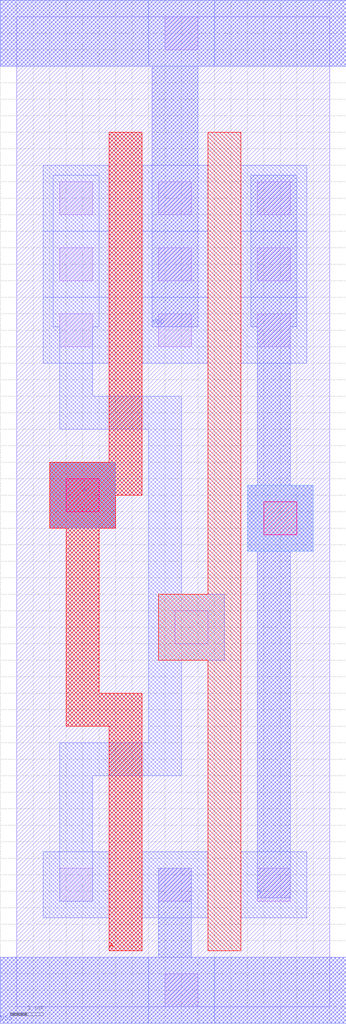
<source format=lef>
VERSION 5.3 ;

NAMESCASESENSITIVE ON ;

UNITS
  DATABASE MICRONS 1000 ;
END UNITS











MACRO buf1LEF
  CLASS BLOCK ;
  PIN A
    DIRECTION INPUT ;
    PORT
      LAYER POL ;
        POLYGON 1.000 16.500  1.000 14.500  1.500 14.500  1.500 8.500  2.800 
        8.500  2.800 1.700  3.800 1.700  3.800 9.500  2.500 9.500  2.500 
        14.500  3.000 14.500  3.000 15.500  3.800 15.500  3.800 26.500  2.800 
        26.500  2.800 16.500  1.000 16.500  ;
    END
    PORT
      LAYER ML1 ;
        POLYGON 1.000 14.500  1.000 16.500  3.000 16.500  3.000 14.500  1.000 
        14.500  ;
    END
  END A
  PIN VDD
    DIRECTION INOUT ;
    PORT
      LAYER ML1 ;
        POLYGON -0.500 30.500  -0.500 28.500  4.100 28.500  4.100 20.600  
        5.500 20.600  5.500 28.500  10.000 28.500  10.000 30.500  -0.500 
        30.500  ;
    END
  END VDD
  PIN VSS
    DIRECTION INOUT ;
    PORT
      LAYER ML1 ;
        POLYGON -0.500 1.500  -0.500 -0.500  10.000 -0.500  10.000 1.500  
        5.300 1.500  5.300 4.200  4.300 4.200  4.300 1.500  -0.500 1.500  ;
    END
  END VSS
  PIN Y
    DIRECTION OUTPUT ;
    PORT
      LAYER ML1 ;
        POLYGON 7.000 15.800  7.000 13.800  7.300 13.800  7.300 3.300  8.300 
        3.300  8.300 13.800  9.000 13.800  9.000 15.800  8.300 15.800  8.300 
        20.600  8.500 20.600  8.500 25.200  7.100 25.200  7.100 20.600  7.300 
        20.600  7.300 15.800  7.000 15.800  ;
    END
  END Y
  OBS
    LAYER CNT ;
      POLYGON 4.300 24.000  4.300 25.000  5.300 25.000  5.300 24.000  4.300 
      24.000  ;
      POLYGON 4.300 20.000  4.300 21.000  5.300 21.000  5.300 20.000  4.300 
      20.000  ;
      POLYGON 4.300 22.000  4.300 23.000  5.300 23.000  5.300 22.000  4.300 
      22.000  ;
      POLYGON 7.300 24.000  7.300 25.000  8.300 25.000  8.300 24.000  7.300 
      24.000  ;
      POLYGON 7.300 22.000  7.300 23.000  8.300 23.000  8.300 22.000  7.300 
      22.000  ;
      POLYGON 7.300 20.000  7.300 21.000  8.300 21.000  8.300 20.000  7.300 
      20.000  ;
      POLYGON 7.300 3.200  7.300 4.200  8.300 4.200  8.300 3.200  7.300 3.200  ;
      
      POLYGON 4.800 11.000  4.800 12.000  5.800 12.000  5.800 11.000  4.800 
      11.000  ;
      POLYGON 4.500 29.000  4.500 30.000  5.500 30.000  5.500 29.000  4.500 
      29.000  ;
      POLYGON 1.500 15.000  1.500 16.000  2.500 16.000  2.500 15.000  1.500 
      15.000  ;
      POLYGON 4.500 0.000  4.500 1.000  5.500 1.000  5.500 0.000  4.500 0.000  ;
      
      POLYGON 4.300 3.200  4.300 4.200  5.300 4.200  5.300 3.200  4.300 3.200  ;
      
      POLYGON 1.300 22.000  1.300 23.000  2.300 23.000  2.300 22.000  1.300 
      22.000  ;
      POLYGON 1.300 20.000  1.300 21.000  2.300 21.000  2.300 20.000  1.300 
      20.000  ;
      POLYGON 1.300 3.200  1.300 4.200  2.300 4.200  2.300 3.200  1.300 3.200  ;
      
      POLYGON 1.300 24.000  1.300 25.000  2.300 25.000  2.300 24.000  1.300 
      24.000  ;
    LAYER FRAME ;
      RECT -0.500 28.500  10.000 30.500  ;
      RECT -0.500 -0.500  10.000 1.500  ;
      POLYGON 0.000 0.000  9.500 0.000  9.500 30.000  0.000 30.000  0.000 
      0.000  ;
    LAYER ML1 ;
      RECT 0.800 21.500  2.800 23.500  ;
      RECT 0.800 19.500  2.800 21.500  ;
      RECT 0.800 2.700  2.800 4.700  ;
      RECT 0.800 23.500  2.800 25.500  ;
      POLYGON 1.000 14.500  1.000 16.500  3.000 16.500  3.000 14.500  1.000 
      14.500  ;
      RECT 1.000 14.500  3.000 16.500  ;
      POLYGON 1.300 8.000  1.300 3.200  2.300 3.200  2.300 7.000  5.000 7.000  
      5.000 10.500  6.300 10.500  6.300 12.500  5.000 12.500  5.000 18.500  
      2.300 18.500  2.300 20.600  2.500 20.600  2.500 25.200  1.100 25.200  
      1.100 20.600  1.300 20.600  1.300 17.500  4.000 17.500  4.000 8.000  
      1.300 8.000  ;
      POLYGON -0.500 30.500  -0.500 28.500  4.100 28.500  4.100 20.600  5.500 
      20.600  5.500 28.500  10.000 28.500  10.000 30.500  -0.500 30.500  ;
      POLYGON -0.500 1.500  -0.500 -0.500  10.000 -0.500  10.000 1.500  5.300 
      1.500  5.300 4.200  4.300 4.200  4.300 1.500  -0.500 1.500  ;
      RECT 3.800 21.500  5.800 23.500  ;
      RECT 3.800 19.500  5.800 21.500  ;
      RECT 3.800 23.500  5.800 25.500  ;
      RECT 3.800 2.700  5.800 4.700  ;
      RECT 4.000 -0.500  6.000 1.500  ;
      RECT 4.000 28.500  6.000 30.500  ;
      RECT 6.800 2.700  8.800 4.700  ;
      RECT 6.800 19.500  8.800 21.500  ;
      RECT 6.800 21.500  8.800 23.500  ;
      RECT 6.800 23.500  8.800 25.500  ;
      POLYGON 7.000 15.800  7.000 13.800  7.300 13.800  7.300 3.300  8.300 
      3.300  8.300 13.800  9.000 13.800  9.000 15.800  8.300 15.800  8.300 
      20.600  8.500 20.600  8.500 25.200  7.100 25.200  7.100 20.600  7.300 
      20.600  7.300 15.800  7.000 15.800  ;
    LAYER ML2 ;
      POLYGON 1.000 14.500  1.000 16.500  3.000 16.500  3.000 14.500  1.000 
      14.500  ;
      POLYGON 7.000 13.800  7.000 15.800  9.000 15.800  9.000 13.800  7.000 
      13.800  ;
    LAYER POL ;
      POLYGON 1.000 16.500  1.000 14.500  1.500 14.500  1.500 8.500  2.800 
      8.500  2.800 1.700  3.800 1.700  3.800 9.500  2.500 9.500  2.500 14.500  
      3.000 14.500  3.000 15.500  3.800 15.500  3.800 26.500  2.800 26.500  
      2.800 16.500  1.000 16.500  ;
      POLYGON 4.300 12.500  4.300 10.500  5.800 10.500  5.800 1.700  6.800 
      1.700  6.800 26.500  5.800 26.500  5.800 12.500  4.300 12.500  ;
    LAYER VIA1 ;
      POLYGON 1.500 15.000  1.500 16.000  2.500 16.000  2.500 15.000  1.500 
      15.000  ;
      POLYGON 7.500 14.300  7.500 15.300  8.500 15.300  8.500 14.300  7.500 
      14.300  ;
  END
END buf1LEF


END LIBRARY

</source>
